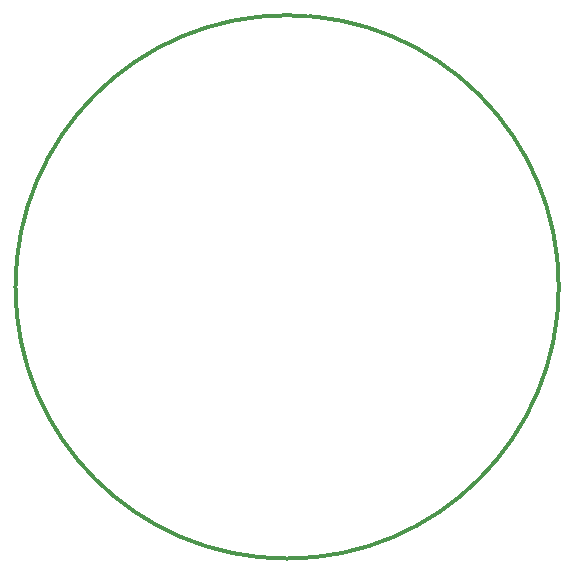
<source format=gbr>
G04 #@! TF.GenerationSoftware,KiCad,Pcbnew,(5.1.4)-1*
G04 #@! TF.CreationDate,2021-06-03T23:42:02+03:00*
G04 #@! TF.ProjectId,ITC-1,4954432d-312e-46b6-9963-61645f706362,rev?*
G04 #@! TF.SameCoordinates,Original*
G04 #@! TF.FileFunction,Profile,NP*
%FSLAX46Y46*%
G04 Gerber Fmt 4.6, Leading zero omitted, Abs format (unit mm)*
G04 Created by KiCad (PCBNEW (5.1.4)-1) date 2021-06-03 23:42:02*
%MOMM*%
%LPD*%
G04 APERTURE LIST*
%ADD10C,0.300000*%
G04 APERTURE END LIST*
D10*
X123000000Y-75000000D02*
G75*
G03X123000000Y-75000000I-23000000J0D01*
G01*
M02*

</source>
